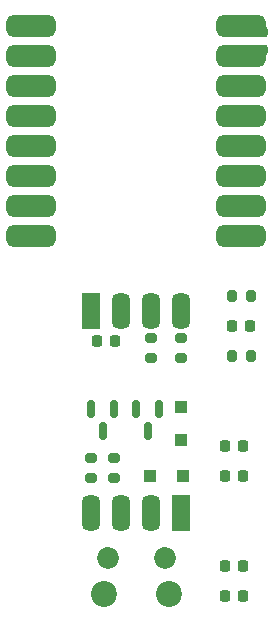
<source format=gts>
%TF.GenerationSoftware,KiCad,Pcbnew,9.0.6*%
%TF.CreationDate,2025-11-18T22:02:06+01:00*%
%TF.ProjectId,simple_mesh,73696d70-6c65-45f6-9d65-73682e6b6963,rev?*%
%TF.SameCoordinates,Original*%
%TF.FileFunction,Soldermask,Top*%
%TF.FilePolarity,Negative*%
%FSLAX46Y46*%
G04 Gerber Fmt 4.6, Leading zero omitted, Abs format (unit mm)*
G04 Created by KiCad (PCBNEW 9.0.6) date 2025-11-18 22:02:06*
%MOMM*%
%LPD*%
G01*
G04 APERTURE LIST*
G04 Aperture macros list*
%AMRoundRect*
0 Rectangle with rounded corners*
0 $1 Rounding radius*
0 $2 $3 $4 $5 $6 $7 $8 $9 X,Y pos of 4 corners*
0 Add a 4 corners polygon primitive as box body*
4,1,4,$2,$3,$4,$5,$6,$7,$8,$9,$2,$3,0*
0 Add four circle primitives for the rounded corners*
1,1,$1+$1,$2,$3*
1,1,$1+$1,$4,$5*
1,1,$1+$1,$6,$7*
1,1,$1+$1,$8,$9*
0 Add four rect primitives between the rounded corners*
20,1,$1+$1,$2,$3,$4,$5,0*
20,1,$1+$1,$4,$5,$6,$7,0*
20,1,$1+$1,$6,$7,$8,$9,0*
20,1,$1+$1,$8,$9,$2,$3,0*%
G04 Aperture macros list end*
%ADD10RoundRect,0.200000X-0.275000X0.200000X-0.275000X-0.200000X0.275000X-0.200000X0.275000X0.200000X0*%
%ADD11RoundRect,0.250000X-0.300000X0.300000X-0.300000X-0.300000X0.300000X-0.300000X0.300000X0.300000X0*%
%ADD12RoundRect,0.150000X-0.150000X0.587500X-0.150000X-0.587500X0.150000X-0.587500X0.150000X0.587500X0*%
%ADD13RoundRect,0.080000X0.720000X-1.420000X0.720000X1.420000X-0.720000X1.420000X-0.720000X-1.420000X0*%
%ADD14RoundRect,0.560000X0.240000X-0.940000X0.240000X0.940000X-0.240000X0.940000X-0.240000X-0.940000X0*%
%ADD15RoundRect,0.250000X0.300000X0.300000X-0.300000X0.300000X-0.300000X-0.300000X0.300000X-0.300000X0*%
%ADD16RoundRect,0.200000X0.200000X0.275000X-0.200000X0.275000X-0.200000X-0.275000X0.200000X-0.275000X0*%
%ADD17RoundRect,0.080000X-0.720000X1.420000X-0.720000X-1.420000X0.720000X-1.420000X0.720000X1.420000X0*%
%ADD18RoundRect,0.560000X-0.240000X0.940000X-0.240000X-0.940000X0.240000X-0.940000X0.240000X0.940000X0*%
%ADD19RoundRect,0.225000X-0.250000X0.225000X-0.250000X-0.225000X0.250000X-0.225000X0.250000X0.225000X0*%
%ADD20RoundRect,0.200000X0.275000X-0.200000X0.275000X0.200000X-0.275000X0.200000X-0.275000X-0.200000X0*%
%ADD21RoundRect,0.540000X1.560000X0.360000X-1.560000X0.360000X-1.560000X-0.360000X1.560000X-0.360000X0*%
%ADD22RoundRect,0.540000X-1.560000X-0.360000X1.560000X-0.360000X1.560000X0.360000X-1.560000X0.360000X0*%
%ADD23RoundRect,0.225000X-0.225000X-0.250000X0.225000X-0.250000X0.225000X0.250000X-0.225000X0.250000X0*%
%ADD24RoundRect,0.225000X0.225000X0.250000X-0.225000X0.250000X-0.225000X-0.250000X0.225000X-0.250000X0*%
%ADD25RoundRect,0.200000X-0.200000X-0.275000X0.200000X-0.275000X0.200000X0.275000X-0.200000X0.275000X0*%
%ADD26C,2.200000*%
%ADD27C,1.850000*%
G04 APERTURE END LIST*
D10*
%TO.C,R3*%
X77470000Y-103950000D03*
X77470000Y-105600000D03*
%TD*%
D11*
%TO.C,D3*%
X80010000Y-109725000D03*
X80010000Y-112525000D03*
%TD*%
D12*
%TO.C,D2*%
X78100000Y-109885000D03*
X76200000Y-109885000D03*
X77150000Y-111760000D03*
%TD*%
D13*
%TO.C,J3*%
X72390000Y-101600000D03*
D14*
X74930000Y-101600000D03*
X77470000Y-101600000D03*
X80010000Y-101600000D03*
%TD*%
D15*
%TO.C,D4*%
X80140000Y-115570000D03*
X77340000Y-115570000D03*
%TD*%
D16*
%TO.C,R9*%
X85915000Y-105410000D03*
X84265000Y-105410000D03*
%TD*%
D12*
%TO.C,D1*%
X74290000Y-109885000D03*
X72390000Y-109885000D03*
X73340000Y-111760000D03*
%TD*%
D17*
%TO.C,J4*%
X80010000Y-118745000D03*
D18*
X77470000Y-118745000D03*
X74930000Y-118745000D03*
X72390000Y-118745000D03*
%TD*%
D19*
%TO.C,C5*%
X86868000Y-77965000D03*
X86868000Y-79515000D03*
%TD*%
D20*
%TO.C,R1*%
X72390000Y-115760000D03*
X72390000Y-114110000D03*
%TD*%
D21*
%TO.C,IC2*%
X85090000Y-95250000D03*
X85090000Y-92710000D03*
X85090000Y-90170000D03*
X85090000Y-87630000D03*
X85090000Y-85090000D03*
X85090000Y-82550000D03*
X85090000Y-80010000D03*
X85090000Y-77470000D03*
D22*
X67310000Y-77470000D03*
X67310000Y-80010000D03*
X67310000Y-82550000D03*
X67310000Y-85090000D03*
X67310000Y-87630000D03*
X67310000Y-90170000D03*
X67310000Y-92710000D03*
X67310000Y-95250000D03*
%TD*%
D10*
%TO.C,R4*%
X80010000Y-103950000D03*
X80010000Y-105600000D03*
%TD*%
D20*
%TO.C,R2*%
X74295000Y-115760000D03*
X74295000Y-114110000D03*
%TD*%
D23*
%TO.C,C2*%
X83680000Y-113030000D03*
X85230000Y-113030000D03*
%TD*%
%TO.C,C3*%
X72885000Y-104140000D03*
X74435000Y-104140000D03*
%TD*%
D24*
%TO.C,C1*%
X85865000Y-102870000D03*
X84315000Y-102870000D03*
%TD*%
%TO.C,C4*%
X85230000Y-115570000D03*
X83680000Y-115570000D03*
%TD*%
D25*
%TO.C,R10*%
X84265000Y-100330000D03*
X85915000Y-100330000D03*
%TD*%
D24*
%TO.C,C6*%
X85230000Y-125730000D03*
X83680000Y-125730000D03*
%TD*%
%TO.C,C7*%
X85230000Y-123190000D03*
X83680000Y-123190000D03*
%TD*%
D26*
%TO.C,IC1*%
X73475000Y-125600000D03*
D27*
X73775000Y-122570000D03*
X78625000Y-122570000D03*
D26*
X78925000Y-125600000D03*
%TD*%
M02*

</source>
